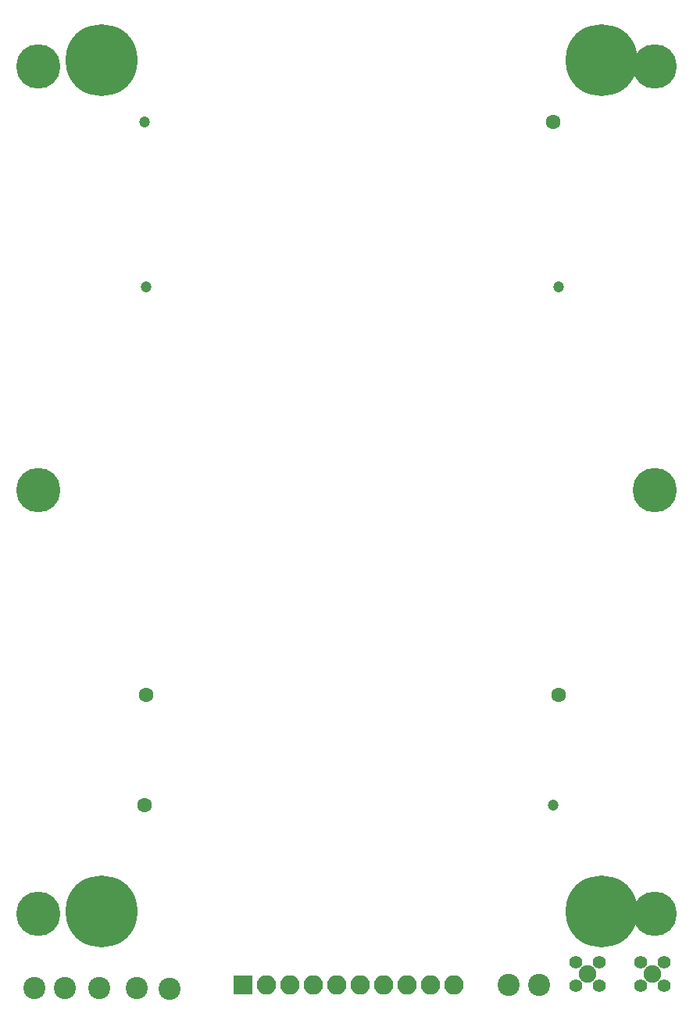
<source format=gbr>
%TF.GenerationSoftware,KiCad,Pcbnew,(5.1.4)-1*%
%TF.CreationDate,2019-12-13T12:22:18-06:00*%
%TF.ProjectId,payload_board,7061796c-6f61-4645-9f62-6f6172642e6b,rev?*%
%TF.SameCoordinates,Original*%
%TF.FileFunction,Soldermask,Bot*%
%TF.FilePolarity,Negative*%
%FSLAX46Y46*%
G04 Gerber Fmt 4.6, Leading zero omitted, Abs format (unit mm)*
G04 Created by KiCad (PCBNEW (5.1.4)-1) date 2019-12-13 12:22:18*
%MOMM*%
%LPD*%
G04 APERTURE LIST*
%ADD10C,1.900000*%
%ADD11C,1.400000*%
%ADD12C,2.400000*%
%ADD13C,1.600000*%
%ADD14C,1.200000*%
%ADD15O,2.100000X2.100000*%
%ADD16R,2.100000X2.100000*%
%ADD17C,7.800000*%
%ADD18C,4.800000*%
G04 APERTURE END LIST*
D10*
X120624600Y-152958800D03*
D11*
X119344600Y-151678800D03*
X119344600Y-154238800D03*
X121904600Y-154238800D03*
X121904600Y-151678800D03*
D10*
X113614200Y-152984200D03*
D11*
X112334200Y-151704200D03*
X112334200Y-154264200D03*
X114894200Y-154264200D03*
X114894200Y-151704200D03*
D12*
X105029000Y-154152600D03*
X108331000Y-154152600D03*
X56997600Y-154457400D03*
X53695600Y-154482800D03*
X60706000Y-154457400D03*
X64744600Y-154457400D03*
X68351400Y-154533600D03*
D13*
X65645000Y-134645000D03*
D14*
X109845000Y-134645000D03*
D13*
X109845000Y-60655000D03*
D14*
X65645000Y-60655000D03*
D13*
X110465000Y-122695000D03*
D14*
X110465000Y-78495000D03*
D13*
X65815000Y-122695000D03*
D14*
X65815000Y-78495000D03*
D15*
X99161600Y-154178000D03*
X96621600Y-154178000D03*
X94081600Y-154178000D03*
X91541600Y-154178000D03*
X89001600Y-154178000D03*
X86461600Y-154178000D03*
X83921600Y-154178000D03*
X81381600Y-154178000D03*
X78841600Y-154178000D03*
D16*
X76301600Y-154178000D03*
D17*
X115120000Y-53960000D03*
X115120000Y-146160000D03*
X60970000Y-146160000D03*
X60970000Y-53960000D03*
D18*
X120870000Y-146480000D03*
X54130000Y-146480000D03*
X120870000Y-100560000D03*
X54130000Y-100560000D03*
X120870000Y-54630000D03*
X54130000Y-54630000D03*
M02*

</source>
